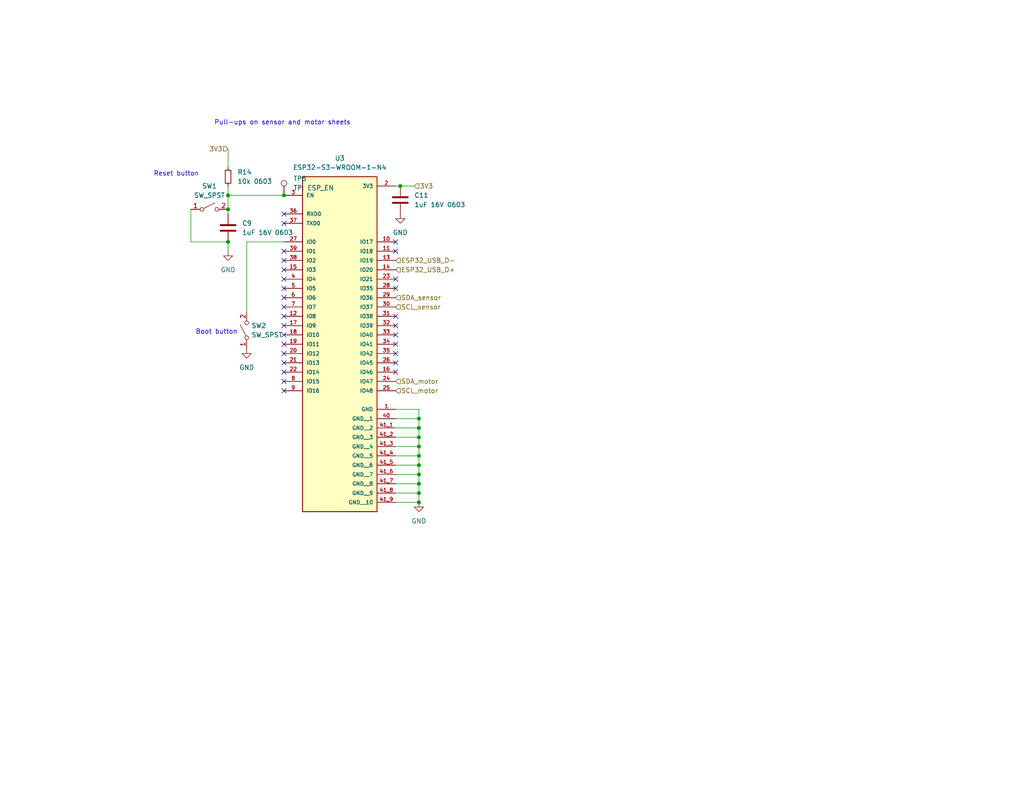
<source format=kicad_sch>
(kicad_sch (version 20230121) (generator eeschema)
  (paper "USLetter")
  (title_block (title "ESP32-S3") (date "2024-01-12") (comment 1 "Jacqueline Wang"))
  (lib_symbols
    (symbol "Connector:TestPoint" (pin_numbers hide) (pin_names (offset 0.762) hide)
      (property "Reference" "TP" (at 0 6.858 0))
      (property "Value" "TestPoint" (at 0 5.08 0))
      (symbol "TestPoint_0_1"
        (circle (center 0 3.302) (radius 0.762))
      )
      (symbol "TestPoint_1_1"
        (pin passive line (at 0 0 90) (length 2.54) (name "1") (number "1"))
      )
    )
    (symbol "Device:C" (pin_numbers hide) (pin_names (offset 0.254))
      (property "Reference" "C" (at 0.635 2.54 0))
      (property "Value" "C" (at 0.635 -2.54 0))
      (symbol "C_0_1"
        (polyline (pts (xy -2.032 -0.762) (xy 2.032 -0.762)) (stroke (width 0.508)))
        (polyline (pts (xy -2.032 0.762) (xy 2.032 0.762)) (stroke (width 0.508)))
      )
      (symbol "C_1_1"
        (pin passive line (at 0 3.81 270) (length 2.794) (name "~") (number "1"))
        (pin passive line (at 0 -3.81 90) (length 2.794) (name "~") (number "2"))
      )
    )
    (symbol "Device:R_Small" (pin_numbers hide) (pin_names (offset 0.254) hide)
      (property "Reference" "R" (at 0.762 0.508 0))
      (property "Value" "R_Small" (at 0.762 -1.016 0))
      (symbol "R_Small_0_1"
        (rectangle (start -0.762 1.778) (end 0.762 -1.778) (stroke (width 0.2032)))
      )
      (symbol "R_Small_1_1"
        (pin passive line (at 0 2.54 270) (length 0.762) (name "~") (number "1"))
        (pin passive line (at 0 -2.54 90) (length 0.762) (name "~") (number "2"))
      )
    )
    (symbol "Switch:SW_SPST" (pin_names (offset 0) hide)
      (property "Reference" "SW" (at 0 3.175 0))
      (property "Value" "SW_SPST" (at 0 -2.54 0))
      (symbol "SW_SPST_0_0"
        (circle (center -2.032 0) (radius 0.508))
        (polyline (pts (xy -1.524 0.254) (xy 1.524 1.778)))
        (circle (center 2.032 0) (radius 0.508))
      )
      (symbol "SW_SPST_1_1"
        (pin passive line (at -5.08 0 0) (length 2.54) (name "A") (number "1"))
        (pin passive line (at 5.08 0 180) (length 2.54) (name "B") (number "2"))
      )
    )
    (symbol "Symbol Library:ESP32-S3-WROOM-1-N4" (pin_names (offset 1.016))
      (property "Reference" "U" (at -10.16 34.1122 0))
      (property "Value" "ESP32-S3-WROOM-1-N4" (at -10.16 -60.96 0))
      (symbol "ESP32-S3-WROOM-1-N4_0_0"
        (rectangle (start -10.16 -58.42) (end 10.16 33.02) (stroke (width 0.254)) (fill (type background)))
        (pin power_in line (at 15.24 -30.48 180) (length 5.08) (name "GND") (number "1"))
        (pin bidirectional line (at 15.24 15.24 180) (length 5.08) (name "IO17") (number "10"))
        (pin bidirectional line (at 15.24 12.7 180) (length 5.08) (name "IO18") (number "11"))
        (pin bidirectional line (at -15.24 -5.08 0) (length 5.08) (name "IO8") (number "12"))
        (pin bidirectional line (at 15.24 10.16 180) (length 5.08) (name "IO19") (number "13"))
        (pin bidirectional line (at 15.24 7.62 180) (length 5.08) (name "IO20") (number "14"))
        (pin bidirectional line (at -15.24 7.62 0) (length 5.08) (name "IO3") (number "15"))
        (pin bidirectional line (at 15.24 -20.32 180) (length 5.08) (name "IO46") (number "16"))
        (pin bidirectional line (at -15.24 -7.62 0) (length 5.08) (name "IO9") (number "17"))
        (pin bidirectional line (at -15.24 -10.16 0) (length 5.08) (name "IO10") (number "18"))
        (pin bidirectional line (at -15.24 -12.7 0) (length 5.08) (name "IO11") (number "19"))
        (pin power_in line (at 15.24 30.48 180) (length 5.08) (name "3V3") (number "2"))
        (pin bidirectional line (at -15.24 -15.24 0) (length 5.08) (name "IO12") (number "20"))
        (pin bidirectional line (at -15.24 -17.78 0) (length 5.08) (name "IO13") (number "21"))
        (pin bidirectional line (at -15.24 -20.32 0) (length 5.08) (name "IO14") (number "22"))
        (pin bidirectional line (at 15.24 5.08 180) (length 5.08) (name "IO21") (number "23"))
        (pin bidirectional line (at 15.24 -22.86 180) (length 5.08) (name "IO47") (number "24"))
        (pin bidirectional line (at 15.24 -25.4 180) (length 5.08) (name "IO48") (number "25"))
        (pin bidirectional line (at 15.24 -17.78 180) (length 5.08) (name "IO45") (number "26"))
        (pin bidirectional line (at -15.24 15.24 0) (length 5.08) (name "IO0") (number "27"))
        (pin bidirectional line (at 15.24 2.54 180) (length 5.08) (name "IO35") (number "28"))
        (pin bidirectional line (at 15.24 0 180) (length 5.08) (name "IO36") (number "29"))
        (pin input line (at -15.24 27.94 0) (length 5.08) (name "EN") (number "3"))
        (pin bidirectional line (at 15.24 -2.54 180) (length 5.08) (name "IO37") (number "30"))
        (pin bidirectional line (at 15.24 -5.08 180) (length 5.08) (name "IO38") (number "31"))
        (pin bidirectional line (at 15.24 -7.62 180) (length 5.08) (name "IO39") (number "32"))
        (pin bidirectional line (at 15.24 -10.16 180) (length 5.08) (name "IO40") (number "33"))
        (pin bidirectional line (at 15.24 -12.7 180) (length 5.08) (name "IO41") (number "34"))
        (pin bidirectional line (at 15.24 -15.24 180) (length 5.08) (name "IO42") (number "35"))
        (pin bidirectional line (at -15.24 22.86 0) (length 5.08) (name "RXD0") (number "36"))
        (pin bidirectional line (at -15.24 20.32 0) (length 5.08) (name "TXD0") (number "37"))
        (pin bidirectional line (at -15.24 10.16 0) (length 5.08) (name "IO2") (number "38"))
        (pin bidirectional line (at -15.24 12.7 0) (length 5.08) (name "IO1") (number "39"))
        (pin bidirectional line (at -15.24 5.08 0) (length 5.08) (name "IO4") (number "4"))
        (pin power_in line (at 15.24 -33.02 180) (length 5.08) (name "GND__1") (number "40"))
        (pin power_in line (at 15.24 -35.56 180) (length 5.08) (name "GND__2") (number "41_1"))
        (pin power_in line (at 15.24 -38.1 180) (length 5.08) (name "GND__3") (number "41_2"))
        (pin power_in line (at 15.24 -40.64 180) (length 5.08) (name "GND__4") (number "41_3"))
        (pin power_in line (at 15.24 -43.18 180) (length 5.08) (name "GND__5") (number "41_4"))
        (pin power_in line (at 15.24 -45.72 180) (length 5.08) (name "GND__6") (number "41_5"))
        (pin power_in line (at 15.24 -48.26 180) (length 5.08) (name "GND__7") (number "41_6"))
        (pin power_in line (at 15.24 -50.8 180) (length 5.08) (name "GND__8") (number "41_7"))
        (pin power_in line (at 15.24 -53.34 180) (length 5.08) (name "GND__9") (number "41_8"))
        (pin power_in line (at 15.24 -55.88 180) (length 5.08) (name "GND__10") (number "41_9"))
        (pin bidirectional line (at -15.24 2.54 0) (length 5.08) (name "IO5") (number "5"))
        (pin bidirectional line (at -15.24 0 0) (length 5.08) (name "IO6") (number "6"))
        (pin bidirectional line (at -15.24 -2.54 0) (length 5.08) (name "IO7") (number "7"))
        (pin bidirectional line (at -15.24 -22.86 0) (length 5.08) (name "IO15") (number "8"))
        (pin bidirectional line (at -15.24 -25.4 0) (length 5.08) (name "IO16") (number "9"))
      )
    )
    (symbol "power:GND" (power) (pin_names (offset 0))
      (property "Value" "GND" (at 0 -3.81 0))
      (symbol "GND_0_1"
        (polyline (pts (xy 0 0) (xy 0 -1.27) (xy 1.27 -1.27) (xy 0 -2.54) (xy -1.27 -1.27) (xy 0 -1.27)))
      )
      (symbol "GND_1_1"
        (pin power_in line (at 0 0 270) (length 0) hide (name "GND") (number "1"))
      )
    )
  )
  (junction (at 114.3 134.62))
  (junction (at 114.3 124.46))
  (junction (at 114.3 114.3))
  (junction (at 77.47 53.34))
  (junction (at 114.3 127))
  (junction (at 114.3 121.92))
  (junction (at 114.3 137.16))
  (junction (at 114.3 132.08))
  (junction (at 114.3 129.54))
  (junction (at 114.3 116.84))
  (junction (at 62.23 66.04))
  (junction (at 62.23 53.34))
  (junction (at 114.3 119.38))
  (junction (at 62.23 57.15))
  (junction (at 109.22 50.8))
  (no_connect (at 107.95 86.36))
  (no_connect (at 77.47 68.58))
  (no_connect (at 77.47 91.44))
  (no_connect (at 107.95 88.9))
  (no_connect (at 77.47 93.98))
  (no_connect (at 107.95 68.58))
  (no_connect (at 77.47 101.6))
  (no_connect (at 107.95 78.74))
  (no_connect (at 107.95 96.52))
  (no_connect (at 77.47 99.06))
  (no_connect (at 77.47 76.2))
  (no_connect (at 107.95 93.98))
  (no_connect (at 77.47 81.28))
  (no_connect (at 77.47 78.74))
  (no_connect (at 77.47 71.12))
  (no_connect (at 77.47 106.68))
  (no_connect (at 77.47 58.42))
  (no_connect (at 107.95 91.44))
  (no_connect (at 77.47 83.82))
  (no_connect (at 107.95 66.04))
  (no_connect (at 77.47 96.52))
  (no_connect (at 77.47 60.96))
  (no_connect (at 77.47 73.66))
  (no_connect (at 77.47 86.36))
  (no_connect (at 77.47 88.9))
  (no_connect (at 77.47 104.14))
  (no_connect (at 107.95 76.2))
  (no_connect (at 107.95 101.6))
  (no_connect (at 107.95 99.06))
  (wire (pts (xy 107.95 116.84) (xy 114.3 116.84)))
  (wire (pts (xy 77.47 66.04) (xy 67.31 66.04)))
  (wire (pts (xy 114.3 111.76) (xy 114.3 114.3)))
  (wire (pts (xy 107.95 134.62) (xy 114.3 134.62)))
  (wire (pts (xy 114.3 129.54) (xy 114.3 132.08)))
  (wire (pts (xy 114.3 124.46) (xy 114.3 127)))
  (wire (pts (xy 107.95 121.92) (xy 114.3 121.92)))
  (wire (pts (xy 107.95 114.3) (xy 114.3 114.3)))
  (wire (pts (xy 62.23 50.8) (xy 62.23 53.34)))
  (wire (pts (xy 107.95 132.08) (xy 114.3 132.08)))
  (wire (pts (xy 62.23 40.64) (xy 62.23 45.72)))
  (wire (pts (xy 62.23 57.15) (xy 62.23 58.42)))
  (wire (pts (xy 114.3 119.38) (xy 114.3 121.92)))
  (wire (pts (xy 107.95 124.46) (xy 114.3 124.46)))
  (wire (pts (xy 52.07 66.04) (xy 62.23 66.04)))
  (wire (pts (xy 114.3 134.62) (xy 114.3 137.16)))
  (wire (pts (xy 114.3 121.92) (xy 114.3 124.46)))
  (wire (pts (xy 107.95 129.54) (xy 114.3 129.54)))
  (wire (pts (xy 62.23 53.34) (xy 62.23 57.15)))
  (wire (pts (xy 107.95 137.16) (xy 114.3 137.16)))
  (wire (pts (xy 62.23 53.34) (xy 77.47 53.34)))
  (wire (pts (xy 113.03 50.8) (xy 109.22 50.8)))
  (wire (pts (xy 107.95 127) (xy 114.3 127)))
  (wire (pts (xy 114.3 132.08) (xy 114.3 134.62)))
  (wire (pts (xy 62.23 68.58) (xy 62.23 66.04)))
  (wire (pts (xy 107.95 111.76) (xy 114.3 111.76)))
  (wire (pts (xy 114.3 127) (xy 114.3 129.54)))
  (wire (pts (xy 109.22 50.8) (xy 107.95 50.8)))
  (wire (pts (xy 114.3 116.84) (xy 114.3 119.38)))
  (wire (pts (xy 114.3 114.3) (xy 114.3 116.84)))
  (wire (pts (xy 52.07 57.15) (xy 52.07 66.04)))
  (wire (pts (xy 67.31 66.04) (xy 67.31 85.09)))
  (wire (pts (xy 107.95 119.38) (xy 114.3 119.38)))
  (text "Pull-ups on sensor and motor sheets" (at 58.42 34.29 0) (effects (font (size 1.27 1.27)) (justify left bottom)))
  (text "Boot button" (at 53.34 91.44 0) (effects (font (size 1.27 1.27)) (justify left bottom)))
  (text "Reset button" (at 41.91 48.26 0) (effects (font (size 1.27 1.27)) (justify left bottom)))
  (hierarchical_label "SCL_sensor" (shape input) (at 107.95 83.82 0))
  (hierarchical_label "ESP32_USB_D+" (shape input) (at 107.95 73.66 0))
  (hierarchical_label "3V3" (shape input) (at 62.23 40.64 180))
  (hierarchical_label "ESP32_USB_D-" (shape input) (at 107.95 71.12 0))
  (hierarchical_label "SCL_motor" (shape input) (at 107.95 106.68 0))
  (hierarchical_label "SDA_sensor" (shape input) (at 107.95 81.28 0))
  (hierarchical_label "SDA_motor" (shape input) (at 107.95 104.14 0))
  (hierarchical_label "3V3" (shape input) (at 113.03 50.8 0))
  (symbol (lib_id "power:GND") (at 114.3 137.16 0) (unit 1)
    (property "Reference" "#PWR015" (effects hide))
    (property "Value" "GND" (at 114.3 142.24 0))
  )
  (symbol (lib_id "power:GND") (at 67.31 95.25 0) (unit 1)
    (property "Reference" "#PWR028" (effects hide))
    (property "Value" "GND" (at 67.31 100.33 0))
  )
  (symbol (lib_id "power:GND") (at 109.22 58.42 0) (unit 1)
    (property "Reference" "#PWR029" (effects hide))
    (property "Value" "GND" (at 109.22 63.5 0))
  )
  (symbol (lib_id "power:GND") (at 62.23 68.58 0) (unit 1)
    (property "Reference" "#PWR024" (effects hide))
    (property "Value" "GND" (at 62.23 73.66 0))
  )
  (symbol (lib_id "Switch:SW_SPST") (at 57.15 57.15 0) (unit 1)
    (property "Reference" "SW1" (at 57.15 50.8 0))
    (property "Value" "SW_SPST" (at 57.15 53.34 0))
    (property "Footprint" "Button_Switch_SMD:SW_SPST_FSMSM" (effects hide))
  )
  (symbol (lib_id "Switch:SW_SPST") (at 67.31 90.17 90) (unit 1)
    (property "Reference" "SW2" (at 68.58 88.9 90) (effects (justify right)))
    (property "Value" "SW_SPST" (at 68.58 91.44 90) (effects (justify right)))
    (property "Footprint" "Button_Switch_SMD:SW_SPST_FSMSM" (effects hide))
  )
  (symbol (lib_id "Device:C") (at 109.22 54.61 0) (unit 1)
    (property "Reference" "C11" (at 113.03 53.34 0) (effects (justify left)))
    (property "Value" "1uF 16V 0603" (at 113.03 55.88 0) (effects (justify left)))
    (property "Footprint" "Capacitor_SMD:C_0603_1608Metric_Pad1.08x0.95mm_HandSolder" (effects hide))
    (property "Datasheet" "https://mm.digikey.com/Volume0/opasdata/d220001/medias/docus/609/CL10A105KO8NNNC_Spec.pdf" (effects hide))
    (property "Digikey PN" "1276-1034-1-ND" (effects hide))
    (property "MPN" "CL10A105KO8NNNC" (effects hide))
  )
  (symbol (lib_id "Symbol Library:ESP32-S3-WROOM-1-N4") (at 92.71 81.28 0) (unit 1)
    (property "Reference" "U3" (at 92.71 43.18 0))
    (property "Value" "ESP32-S3-WROOM-1-N4" (at 92.71 45.72 0))
    (property "Footprint" "Project Library:ESP32-S3" (effects hide))
    (property "Datasheet" "https://www.espressif.com/sites/default/files/documentation/esp32-s3-wroom-1_wroom-1u_datasheet_en.pdf" (effects hide))
    (property "PARTREV" "v1.0" (effects hide))
    (property "MANUFACTURER" "Espressif" (effects hide))
    (property "MAXIMUM_PACKAGE_HEIGHT" "3.25mm" (effects hide))
    (property "STANDARD" "Manufacturer Recommendations" (effects hide))
    (property "Digikey PN" "1965-ESP32-S3-WROOM-1-N4CT-ND" (effects hide))
    (property "MPN" "ESP32-S3-WROOM-1-N4" (effects hide))
  )
  (symbol (lib_id "Device:R_Small") (at 62.23 48.26 0) (unit 1)
    (property "Reference" "R14" (at 64.77 46.99 0) (effects (justify left)))
    (property "Value" "10k 0603" (at 64.77 49.53 0) (effects (justify left)))
    (property "Footprint" "Resistor_SMD:R_0603_1608Metric_Pad0.98x0.95mm_HandSolder" (effects hide))
    (property "Datasheet" "https://www.vishay.com/docs/20035/dcrcwe3.pdf" (effects hide))
    (property "Digikey PN" "541-10.0KHCT-ND" (effects hide))
    (property "MPN" "CRCW060310K0FKEA" (effects hide))
  )
  (symbol (lib_id "Connector:TestPoint") (at 77.47 53.34 0) (unit 1)
    (property "Reference" "TP6" (at 80.01 48.768 0) (effects (justify left)))
    (property "Value" "TP: ESP_EN" (at 80.01 51.308 0) (effects (justify left)))
    (property "Footprint" "TestPoint:TestPoint_Keystone_5015_Micro-Minature" (effects hide))
    (property "Datasheet" "https://www.koaspeer.com/pdfs/RC.pdf" (effects hide))
    (property "Digikey PN" "2019-RCWCTECT-ND" (effects hide))
    (property "MPN" "RCWCTE" (effects hide))
  )
  (symbol (lib_id "Device:C") (at 62.23 62.23 0) (unit 1)
    (property "Reference" "C9" (at 66.04 60.96 0) (effects (justify left)))
    (property "Value" "1uF 16V 0603" (at 66.04 63.5 0) (effects (justify left)))
    (property "Footprint" "Capacitor_SMD:C_0603_1608Metric_Pad1.08x0.95mm_HandSolder" (effects hide))
    (property "Datasheet" "https://mm.digikey.com/Volume0/opasdata/d220001/medias/docus/609/CL10A105KO8NNNC_Spec.pdf" (effects hide))
    (property "Digikey PN" "1276-1034-1-ND" (effects hide))
    (property "MPN" "CL10A105KO8NNNC" (effects hide))
  )
)
</source>
